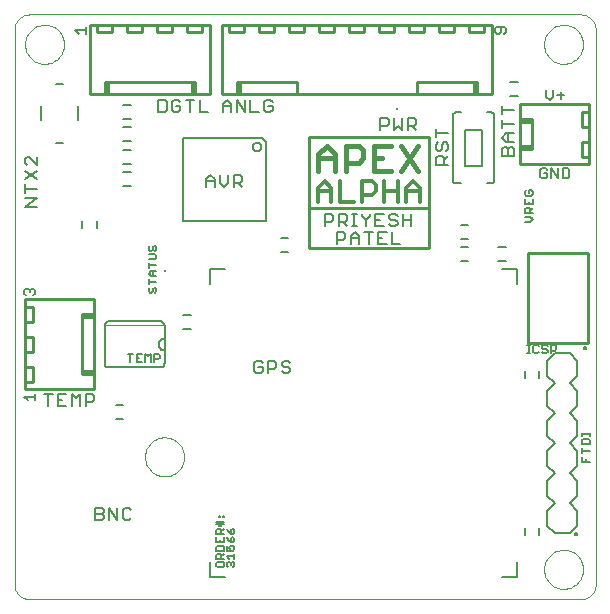
<source format=gto>
G75*
G70*
%OFA0B0*%
%FSLAX24Y24*%
%IPPOS*%
%LPD*%
%AMOC8*
5,1,8,0,0,1.08239X$1,22.5*
%
%ADD10C,0.0000*%
%ADD11C,0.0080*%
%ADD12C,0.0050*%
%ADD13C,0.0100*%
%ADD14C,0.0150*%
%ADD15C,0.0120*%
%ADD16C,0.0060*%
%ADD17R,0.0098X0.0098*%
%ADD18C,0.0020*%
D10*
X006618Y007811D02*
X024988Y007811D01*
X025032Y007813D01*
X025075Y007819D01*
X025117Y007828D01*
X025159Y007841D01*
X025199Y007858D01*
X025238Y007878D01*
X025275Y007901D01*
X025309Y007928D01*
X025342Y007957D01*
X025371Y007990D01*
X025398Y008024D01*
X025421Y008061D01*
X025441Y008100D01*
X025458Y008140D01*
X025471Y008182D01*
X025480Y008224D01*
X025486Y008267D01*
X025488Y008311D01*
X025488Y026807D01*
X025486Y026851D01*
X025480Y026894D01*
X025471Y026936D01*
X025458Y026978D01*
X025441Y027018D01*
X025421Y027057D01*
X025398Y027094D01*
X025371Y027128D01*
X025342Y027161D01*
X025309Y027190D01*
X025275Y027217D01*
X025238Y027240D01*
X025199Y027260D01*
X025159Y027277D01*
X025117Y027290D01*
X025075Y027299D01*
X025032Y027305D01*
X024988Y027307D01*
X006618Y027307D01*
X006574Y027305D01*
X006531Y027299D01*
X006489Y027290D01*
X006447Y027277D01*
X006407Y027260D01*
X006368Y027240D01*
X006331Y027217D01*
X006297Y027190D01*
X006264Y027161D01*
X006235Y027128D01*
X006208Y027094D01*
X006185Y027057D01*
X006165Y027018D01*
X006148Y026978D01*
X006135Y026936D01*
X006126Y026894D01*
X006120Y026851D01*
X006118Y026807D01*
X006118Y008311D01*
X006120Y008267D01*
X006126Y008224D01*
X006135Y008182D01*
X006148Y008140D01*
X006165Y008100D01*
X006185Y008061D01*
X006208Y008024D01*
X006235Y007990D01*
X006264Y007957D01*
X006297Y007928D01*
X006331Y007901D01*
X006368Y007878D01*
X006407Y007858D01*
X006447Y007841D01*
X006489Y007828D01*
X006531Y007819D01*
X006574Y007813D01*
X006618Y007811D01*
X010468Y012561D02*
X010470Y012611D01*
X010476Y012661D01*
X010486Y012711D01*
X010499Y012759D01*
X010516Y012807D01*
X010537Y012853D01*
X010561Y012897D01*
X010589Y012939D01*
X010620Y012979D01*
X010654Y013016D01*
X010691Y013051D01*
X010730Y013082D01*
X010771Y013111D01*
X010815Y013136D01*
X010861Y013158D01*
X010908Y013176D01*
X010956Y013190D01*
X011005Y013201D01*
X011055Y013208D01*
X011105Y013211D01*
X011156Y013210D01*
X011206Y013205D01*
X011256Y013196D01*
X011304Y013184D01*
X011352Y013167D01*
X011398Y013147D01*
X011443Y013124D01*
X011486Y013097D01*
X011526Y013067D01*
X011564Y013034D01*
X011599Y012998D01*
X011632Y012959D01*
X011661Y012918D01*
X011687Y012875D01*
X011710Y012830D01*
X011729Y012783D01*
X011744Y012735D01*
X011756Y012686D01*
X011764Y012636D01*
X011768Y012586D01*
X011768Y012536D01*
X011764Y012486D01*
X011756Y012436D01*
X011744Y012387D01*
X011729Y012339D01*
X011710Y012292D01*
X011687Y012247D01*
X011661Y012204D01*
X011632Y012163D01*
X011599Y012124D01*
X011564Y012088D01*
X011526Y012055D01*
X011486Y012025D01*
X011443Y011998D01*
X011398Y011975D01*
X011352Y011955D01*
X011304Y011938D01*
X011256Y011926D01*
X011206Y011917D01*
X011156Y011912D01*
X011105Y011911D01*
X011055Y011914D01*
X011005Y011921D01*
X010956Y011932D01*
X010908Y011946D01*
X010861Y011964D01*
X010815Y011986D01*
X010771Y012011D01*
X010730Y012040D01*
X010691Y012071D01*
X010654Y012106D01*
X010620Y012143D01*
X010589Y012183D01*
X010561Y012225D01*
X010537Y012269D01*
X010516Y012315D01*
X010499Y012363D01*
X010486Y012411D01*
X010476Y012461D01*
X010470Y012511D01*
X010468Y012561D01*
X006468Y026311D02*
X006470Y026361D01*
X006476Y026411D01*
X006486Y026461D01*
X006499Y026509D01*
X006516Y026557D01*
X006537Y026603D01*
X006561Y026647D01*
X006589Y026689D01*
X006620Y026729D01*
X006654Y026766D01*
X006691Y026801D01*
X006730Y026832D01*
X006771Y026861D01*
X006815Y026886D01*
X006861Y026908D01*
X006908Y026926D01*
X006956Y026940D01*
X007005Y026951D01*
X007055Y026958D01*
X007105Y026961D01*
X007156Y026960D01*
X007206Y026955D01*
X007256Y026946D01*
X007304Y026934D01*
X007352Y026917D01*
X007398Y026897D01*
X007443Y026874D01*
X007486Y026847D01*
X007526Y026817D01*
X007564Y026784D01*
X007599Y026748D01*
X007632Y026709D01*
X007661Y026668D01*
X007687Y026625D01*
X007710Y026580D01*
X007729Y026533D01*
X007744Y026485D01*
X007756Y026436D01*
X007764Y026386D01*
X007768Y026336D01*
X007768Y026286D01*
X007764Y026236D01*
X007756Y026186D01*
X007744Y026137D01*
X007729Y026089D01*
X007710Y026042D01*
X007687Y025997D01*
X007661Y025954D01*
X007632Y025913D01*
X007599Y025874D01*
X007564Y025838D01*
X007526Y025805D01*
X007486Y025775D01*
X007443Y025748D01*
X007398Y025725D01*
X007352Y025705D01*
X007304Y025688D01*
X007256Y025676D01*
X007206Y025667D01*
X007156Y025662D01*
X007105Y025661D01*
X007055Y025664D01*
X007005Y025671D01*
X006956Y025682D01*
X006908Y025696D01*
X006861Y025714D01*
X006815Y025736D01*
X006771Y025761D01*
X006730Y025790D01*
X006691Y025821D01*
X006654Y025856D01*
X006620Y025893D01*
X006589Y025933D01*
X006561Y025975D01*
X006537Y026019D01*
X006516Y026065D01*
X006499Y026113D01*
X006486Y026161D01*
X006476Y026211D01*
X006470Y026261D01*
X006468Y026311D01*
X023768Y026311D02*
X023770Y026361D01*
X023776Y026411D01*
X023786Y026461D01*
X023799Y026509D01*
X023816Y026557D01*
X023837Y026603D01*
X023861Y026647D01*
X023889Y026689D01*
X023920Y026729D01*
X023954Y026766D01*
X023991Y026801D01*
X024030Y026832D01*
X024071Y026861D01*
X024115Y026886D01*
X024161Y026908D01*
X024208Y026926D01*
X024256Y026940D01*
X024305Y026951D01*
X024355Y026958D01*
X024405Y026961D01*
X024456Y026960D01*
X024506Y026955D01*
X024556Y026946D01*
X024604Y026934D01*
X024652Y026917D01*
X024698Y026897D01*
X024743Y026874D01*
X024786Y026847D01*
X024826Y026817D01*
X024864Y026784D01*
X024899Y026748D01*
X024932Y026709D01*
X024961Y026668D01*
X024987Y026625D01*
X025010Y026580D01*
X025029Y026533D01*
X025044Y026485D01*
X025056Y026436D01*
X025064Y026386D01*
X025068Y026336D01*
X025068Y026286D01*
X025064Y026236D01*
X025056Y026186D01*
X025044Y026137D01*
X025029Y026089D01*
X025010Y026042D01*
X024987Y025997D01*
X024961Y025954D01*
X024932Y025913D01*
X024899Y025874D01*
X024864Y025838D01*
X024826Y025805D01*
X024786Y025775D01*
X024743Y025748D01*
X024698Y025725D01*
X024652Y025705D01*
X024604Y025688D01*
X024556Y025676D01*
X024506Y025667D01*
X024456Y025662D01*
X024405Y025661D01*
X024355Y025664D01*
X024305Y025671D01*
X024256Y025682D01*
X024208Y025696D01*
X024161Y025714D01*
X024115Y025736D01*
X024071Y025761D01*
X024030Y025790D01*
X023991Y025821D01*
X023954Y025856D01*
X023920Y025893D01*
X023889Y025933D01*
X023861Y025975D01*
X023837Y026019D01*
X023816Y026065D01*
X023799Y026113D01*
X023786Y026161D01*
X023776Y026211D01*
X023770Y026261D01*
X023768Y026311D01*
X023768Y008811D02*
X023770Y008861D01*
X023776Y008911D01*
X023786Y008961D01*
X023799Y009009D01*
X023816Y009057D01*
X023837Y009103D01*
X023861Y009147D01*
X023889Y009189D01*
X023920Y009229D01*
X023954Y009266D01*
X023991Y009301D01*
X024030Y009332D01*
X024071Y009361D01*
X024115Y009386D01*
X024161Y009408D01*
X024208Y009426D01*
X024256Y009440D01*
X024305Y009451D01*
X024355Y009458D01*
X024405Y009461D01*
X024456Y009460D01*
X024506Y009455D01*
X024556Y009446D01*
X024604Y009434D01*
X024652Y009417D01*
X024698Y009397D01*
X024743Y009374D01*
X024786Y009347D01*
X024826Y009317D01*
X024864Y009284D01*
X024899Y009248D01*
X024932Y009209D01*
X024961Y009168D01*
X024987Y009125D01*
X025010Y009080D01*
X025029Y009033D01*
X025044Y008985D01*
X025056Y008936D01*
X025064Y008886D01*
X025068Y008836D01*
X025068Y008786D01*
X025064Y008736D01*
X025056Y008686D01*
X025044Y008637D01*
X025029Y008589D01*
X025010Y008542D01*
X024987Y008497D01*
X024961Y008454D01*
X024932Y008413D01*
X024899Y008374D01*
X024864Y008338D01*
X024826Y008305D01*
X024786Y008275D01*
X024743Y008248D01*
X024698Y008225D01*
X024652Y008205D01*
X024604Y008188D01*
X024556Y008176D01*
X024506Y008167D01*
X024456Y008162D01*
X024405Y008161D01*
X024355Y008164D01*
X024305Y008171D01*
X024256Y008182D01*
X024208Y008196D01*
X024161Y008214D01*
X024115Y008236D01*
X024071Y008261D01*
X024030Y008290D01*
X023991Y008321D01*
X023954Y008356D01*
X023920Y008393D01*
X023889Y008433D01*
X023861Y008475D01*
X023837Y008519D01*
X023816Y008565D01*
X023799Y008613D01*
X023786Y008661D01*
X023776Y008711D01*
X023770Y008761D01*
X023768Y008811D01*
D11*
X022868Y008561D02*
X022368Y008561D01*
X022868Y008561D02*
X022868Y009061D01*
X023868Y010261D02*
X024118Y010011D01*
X024618Y010011D01*
X024868Y010261D01*
X024868Y010761D01*
X024618Y011011D01*
X024868Y011261D01*
X024868Y011761D01*
X024618Y012011D01*
X024868Y012261D01*
X024868Y012761D01*
X024618Y013011D01*
X024868Y013261D01*
X024868Y013761D01*
X024618Y014011D01*
X024868Y014261D01*
X024868Y014761D01*
X024618Y015011D01*
X024868Y015261D01*
X024868Y015761D01*
X024618Y016011D01*
X024118Y016011D01*
X023868Y015761D01*
X023868Y015261D01*
X024118Y015011D01*
X023868Y014761D01*
X023868Y014261D01*
X024118Y014011D01*
X023868Y013761D01*
X023868Y013261D01*
X024118Y013011D01*
X023868Y012761D01*
X023868Y012261D01*
X024118Y012011D01*
X023868Y011761D01*
X023868Y011261D01*
X024118Y011011D01*
X023868Y010761D01*
X023868Y010261D01*
X024808Y010021D02*
X024878Y010021D01*
X024878Y009951D01*
X024808Y009951D01*
X024808Y010021D01*
X025108Y016151D02*
X025178Y016151D01*
X025178Y016221D01*
X025108Y016221D01*
X025108Y016151D01*
X022868Y018311D02*
X022868Y018811D01*
X022368Y018811D01*
X019347Y020251D02*
X019347Y020671D01*
X019347Y020461D02*
X019066Y020461D01*
X018886Y020391D02*
X018886Y020321D01*
X018816Y020251D01*
X018676Y020251D01*
X018606Y020321D01*
X018676Y020461D02*
X018816Y020461D01*
X018886Y020391D01*
X018886Y020601D02*
X018816Y020671D01*
X018676Y020671D01*
X018606Y020601D01*
X018606Y020531D01*
X018676Y020461D01*
X018426Y020251D02*
X018146Y020251D01*
X018146Y020671D01*
X018426Y020671D01*
X018286Y020461D02*
X018146Y020461D01*
X017966Y020601D02*
X017966Y020671D01*
X017966Y020601D02*
X017826Y020461D01*
X017826Y020251D01*
X017779Y020071D02*
X018059Y020071D01*
X017919Y020071D02*
X017919Y019651D01*
X018239Y019651D02*
X018239Y020071D01*
X018519Y020071D01*
X018699Y020071D02*
X018699Y019651D01*
X018979Y019651D01*
X018519Y019651D02*
X018239Y019651D01*
X018239Y019861D02*
X018379Y019861D01*
X017598Y019861D02*
X017318Y019861D01*
X017318Y019931D02*
X017458Y020071D01*
X017598Y019931D01*
X017598Y019651D01*
X017318Y019651D02*
X017318Y019931D01*
X017138Y019861D02*
X017068Y019791D01*
X016858Y019791D01*
X016858Y019651D02*
X016858Y020071D01*
X017068Y020071D01*
X017138Y020001D01*
X017138Y019861D01*
X017198Y020251D02*
X017058Y020391D01*
X017128Y020391D02*
X016918Y020391D01*
X016918Y020251D02*
X016918Y020671D01*
X017128Y020671D01*
X017198Y020601D01*
X017198Y020461D01*
X017128Y020391D01*
X017379Y020251D02*
X017519Y020251D01*
X017449Y020251D02*
X017449Y020671D01*
X017379Y020671D02*
X017519Y020671D01*
X017685Y020671D02*
X017685Y020601D01*
X017826Y020461D01*
X016738Y020461D02*
X016668Y020391D01*
X016458Y020391D01*
X016458Y020251D02*
X016458Y020671D01*
X016668Y020671D01*
X016738Y020601D01*
X016738Y020461D01*
X019066Y020251D02*
X019066Y020671D01*
X020157Y022301D02*
X020157Y022511D01*
X020228Y022581D01*
X020368Y022581D01*
X020438Y022511D01*
X020438Y022301D01*
X020578Y022301D02*
X020157Y022301D01*
X020438Y022441D02*
X020578Y022581D01*
X020508Y022761D02*
X020578Y022831D01*
X020578Y022972D01*
X020508Y023042D01*
X020438Y023042D01*
X020368Y022972D01*
X020368Y022831D01*
X020298Y022761D01*
X020228Y022761D01*
X020157Y022831D01*
X020157Y022972D01*
X020228Y023042D01*
X020157Y023222D02*
X020157Y023502D01*
X020157Y023362D02*
X020578Y023362D01*
X019509Y023451D02*
X019369Y023591D01*
X019439Y023591D02*
X019229Y023591D01*
X019229Y023451D02*
X019229Y023871D01*
X019439Y023871D01*
X019509Y023801D01*
X019509Y023661D01*
X019439Y023591D01*
X019048Y023451D02*
X019048Y023871D01*
X018768Y023871D02*
X018768Y023451D01*
X018908Y023591D01*
X019048Y023451D01*
X018588Y023661D02*
X018588Y023801D01*
X018518Y023871D01*
X018308Y023871D01*
X018308Y023451D01*
X018308Y023591D02*
X018518Y023591D01*
X018588Y023661D01*
X022357Y023662D02*
X022778Y023662D01*
X022778Y023342D02*
X022498Y023342D01*
X022357Y023201D01*
X022498Y023061D01*
X022778Y023061D01*
X022708Y022881D02*
X022778Y022811D01*
X022778Y022601D01*
X022357Y022601D01*
X022357Y022811D01*
X022428Y022881D01*
X022498Y022881D01*
X022568Y022811D01*
X022568Y022601D01*
X022568Y022811D02*
X022638Y022881D01*
X022708Y022881D01*
X022568Y023061D02*
X022568Y023342D01*
X022357Y023522D02*
X022357Y023802D01*
X022357Y023982D02*
X022357Y024262D01*
X022357Y024122D02*
X022778Y024122D01*
X014719Y024121D02*
X014719Y024261D01*
X014579Y024261D01*
X014719Y024121D02*
X014649Y024051D01*
X014509Y024051D01*
X014439Y024121D01*
X014439Y024401D01*
X014509Y024471D01*
X014649Y024471D01*
X014719Y024401D01*
X014259Y024051D02*
X013979Y024051D01*
X013979Y024471D01*
X013798Y024471D02*
X013798Y024051D01*
X013518Y024471D01*
X013518Y024051D01*
X013338Y024051D02*
X013338Y024331D01*
X013198Y024471D01*
X013058Y024331D01*
X013058Y024051D01*
X013058Y024261D02*
X013338Y024261D01*
X012569Y024051D02*
X012289Y024051D01*
X012289Y024471D01*
X012109Y024471D02*
X011829Y024471D01*
X011969Y024471D02*
X011969Y024051D01*
X011648Y024121D02*
X011648Y024261D01*
X011508Y024261D01*
X011368Y024121D02*
X011438Y024051D01*
X011578Y024051D01*
X011648Y024121D01*
X011368Y024121D02*
X011368Y024401D01*
X011438Y024471D01*
X011578Y024471D01*
X011648Y024401D01*
X011188Y024401D02*
X011188Y024121D01*
X011118Y024051D01*
X010908Y024051D01*
X010908Y024471D01*
X011118Y024471D01*
X011188Y024401D01*
X012648Y021971D02*
X012788Y021831D01*
X012788Y021551D01*
X012788Y021761D02*
X012508Y021761D01*
X012508Y021831D02*
X012508Y021551D01*
X012508Y021831D02*
X012648Y021971D01*
X012968Y021971D02*
X012968Y021691D01*
X013108Y021551D01*
X013248Y021691D01*
X013248Y021971D01*
X013429Y021971D02*
X013429Y021551D01*
X013429Y021691D02*
X013639Y021691D01*
X013709Y021761D01*
X013709Y021901D01*
X013639Y021971D01*
X013429Y021971D01*
X013569Y021691D02*
X013709Y021551D01*
X013118Y018811D02*
X012618Y018811D01*
X012618Y018311D01*
X014178Y015771D02*
X014108Y015701D01*
X014108Y015421D01*
X014178Y015351D01*
X014318Y015351D01*
X014388Y015421D01*
X014388Y015561D01*
X014248Y015561D01*
X014388Y015701D02*
X014318Y015771D01*
X014178Y015771D01*
X014568Y015771D02*
X014568Y015351D01*
X014568Y015491D02*
X014778Y015491D01*
X014848Y015561D01*
X014848Y015701D01*
X014778Y015771D01*
X014568Y015771D01*
X015029Y015701D02*
X015029Y015631D01*
X015099Y015561D01*
X015239Y015561D01*
X015309Y015491D01*
X015309Y015421D01*
X015239Y015351D01*
X015099Y015351D01*
X015029Y015421D01*
X015029Y015701D02*
X015099Y015771D01*
X015239Y015771D01*
X015309Y015701D01*
X010009Y010801D02*
X009939Y010871D01*
X009799Y010871D01*
X009729Y010801D01*
X009729Y010521D01*
X009799Y010451D01*
X009939Y010451D01*
X010009Y010521D01*
X009548Y010451D02*
X009548Y010871D01*
X009268Y010871D02*
X009548Y010451D01*
X009268Y010451D02*
X009268Y010871D01*
X009088Y010801D02*
X009088Y010731D01*
X009018Y010661D01*
X008808Y010661D01*
X008808Y010451D02*
X009018Y010451D01*
X009088Y010521D01*
X009088Y010591D01*
X009018Y010661D01*
X009088Y010801D02*
X009018Y010871D01*
X008808Y010871D01*
X008808Y010451D01*
X012618Y009061D02*
X012618Y008561D01*
X013118Y008561D01*
X008699Y014391D02*
X008489Y014391D01*
X008489Y014251D02*
X008489Y014671D01*
X008699Y014671D01*
X008769Y014601D01*
X008769Y014461D01*
X008699Y014391D01*
X008309Y014251D02*
X008309Y014671D01*
X008169Y014531D01*
X008029Y014671D01*
X008029Y014251D01*
X007848Y014251D02*
X007568Y014251D01*
X007568Y014671D01*
X007848Y014671D01*
X007708Y014461D02*
X007568Y014461D01*
X007388Y014671D02*
X007108Y014671D01*
X007248Y014671D02*
X007248Y014251D01*
X006878Y020901D02*
X006457Y020901D01*
X006878Y021181D01*
X006457Y021181D01*
X006457Y021361D02*
X006457Y021642D01*
X006457Y021501D02*
X006878Y021501D01*
X006878Y021822D02*
X006457Y022102D01*
X006528Y022282D02*
X006457Y022352D01*
X006457Y022492D01*
X006528Y022562D01*
X006598Y022562D01*
X006878Y022282D01*
X006878Y022562D01*
X006878Y022102D02*
X006457Y021822D01*
X007500Y023027D02*
X007736Y023027D01*
X008248Y023775D02*
X008248Y024247D01*
X007736Y024995D02*
X007500Y024995D01*
X006988Y024247D02*
X006988Y023775D01*
D12*
X010634Y019584D02*
X010593Y019542D01*
X010593Y019459D01*
X010634Y019417D01*
X010676Y019417D01*
X010718Y019459D01*
X010718Y019542D01*
X010759Y019584D01*
X010801Y019584D01*
X010843Y019542D01*
X010843Y019459D01*
X010801Y019417D01*
X010801Y019308D02*
X010593Y019308D01*
X010593Y019141D02*
X010801Y019141D01*
X010843Y019183D01*
X010843Y019266D01*
X010801Y019308D01*
X010593Y019031D02*
X010593Y018865D01*
X010593Y018948D02*
X010843Y018948D01*
X010843Y018755D02*
X010676Y018755D01*
X010593Y018672D01*
X010676Y018588D01*
X010843Y018588D01*
X010718Y018588D02*
X010718Y018755D01*
X010593Y018479D02*
X010593Y018312D01*
X010593Y018396D02*
X010843Y018396D01*
X010801Y018203D02*
X010843Y018161D01*
X010843Y018078D01*
X010801Y018036D01*
X010718Y018078D02*
X010718Y018161D01*
X010759Y018203D01*
X010801Y018203D01*
X010718Y018078D02*
X010676Y018036D01*
X010634Y018036D01*
X010593Y018078D01*
X010593Y018161D01*
X010634Y018203D01*
X008768Y017311D02*
X008768Y017211D01*
X008768Y017311D02*
X008618Y017311D01*
X009893Y016006D02*
X010073Y016006D01*
X009983Y016006D02*
X009983Y015736D01*
X010187Y015736D02*
X010187Y016006D01*
X010368Y016006D01*
X010482Y016006D02*
X010482Y015736D01*
X010368Y015736D02*
X010187Y015736D01*
X010187Y015871D02*
X010277Y015871D01*
X010482Y016006D02*
X010572Y015916D01*
X010662Y016006D01*
X010662Y015736D01*
X010777Y015736D02*
X010777Y016006D01*
X010912Y016006D01*
X010957Y015961D01*
X010957Y015871D01*
X010912Y015826D01*
X010777Y015826D01*
X006468Y016561D02*
X006468Y016811D01*
X012926Y010585D02*
X012968Y010585D01*
X012968Y010543D01*
X012926Y010543D01*
X012926Y010585D01*
X013051Y010585D02*
X013093Y010585D01*
X013093Y010543D01*
X013051Y010543D01*
X013051Y010585D01*
X013009Y010434D02*
X013009Y010267D01*
X012926Y010267D02*
X012926Y010392D01*
X012926Y010434D01*
X012843Y010392D02*
X013093Y010392D01*
X013093Y010309D02*
X012843Y010309D01*
X012884Y010158D02*
X012968Y010158D01*
X013009Y010116D01*
X013009Y009991D01*
X013009Y010074D02*
X013093Y010158D01*
X013193Y010158D02*
X013234Y010074D01*
X013318Y009991D01*
X013318Y010116D01*
X013359Y010158D01*
X013401Y010158D01*
X013443Y010116D01*
X013443Y010033D01*
X013401Y009991D01*
X013318Y009991D01*
X013359Y009881D02*
X013318Y009840D01*
X013318Y009715D01*
X013401Y009715D01*
X013443Y009756D01*
X013443Y009840D01*
X013401Y009881D01*
X013359Y009881D01*
X013234Y009798D02*
X013318Y009715D01*
X013318Y009605D02*
X013401Y009605D01*
X013443Y009564D01*
X013443Y009480D01*
X013401Y009438D01*
X013318Y009438D02*
X013276Y009522D01*
X013276Y009564D01*
X013318Y009605D01*
X013193Y009605D02*
X013193Y009438D01*
X013318Y009438D01*
X013443Y009329D02*
X013443Y009162D01*
X013443Y009246D02*
X013193Y009246D01*
X013276Y009162D01*
X013276Y009053D02*
X013234Y009053D01*
X013193Y009011D01*
X013193Y008928D01*
X013234Y008886D01*
X013318Y008969D02*
X013318Y009011D01*
X013359Y009053D01*
X013401Y009053D01*
X013443Y009011D01*
X013443Y008928D01*
X013401Y008886D01*
X013318Y009011D02*
X013276Y009053D01*
X013093Y009011D02*
X013051Y009053D01*
X012884Y009053D01*
X012843Y009011D01*
X012843Y008928D01*
X012884Y008886D01*
X013051Y008886D01*
X013093Y008928D01*
X013093Y009011D01*
X013093Y009162D02*
X012843Y009162D01*
X012843Y009287D01*
X012884Y009329D01*
X012968Y009329D01*
X013009Y009287D01*
X013009Y009162D01*
X013009Y009246D02*
X013093Y009329D01*
X013093Y009438D02*
X012843Y009438D01*
X012843Y009564D01*
X012884Y009605D01*
X013051Y009605D01*
X013093Y009564D01*
X013093Y009438D01*
X013093Y009715D02*
X012843Y009715D01*
X012843Y009881D01*
X012843Y009991D02*
X012843Y010116D01*
X012884Y010158D01*
X012843Y009991D02*
X013093Y009991D01*
X013093Y009881D02*
X013093Y009715D01*
X012968Y009715D02*
X012968Y009798D01*
X013193Y009881D02*
X013234Y009798D01*
X023212Y016016D02*
X023302Y016016D01*
X023257Y016016D02*
X023257Y016286D01*
X023212Y016286D02*
X023302Y016286D01*
X023409Y016241D02*
X023409Y016061D01*
X023454Y016016D01*
X023544Y016016D01*
X023589Y016061D01*
X023704Y016061D02*
X023749Y016016D01*
X023839Y016016D01*
X023884Y016061D01*
X023884Y016106D01*
X023839Y016151D01*
X023749Y016151D01*
X023704Y016196D01*
X023704Y016241D01*
X023749Y016286D01*
X023839Y016286D01*
X023884Y016241D01*
X023998Y016286D02*
X023998Y016016D01*
X023998Y016106D02*
X024133Y016106D01*
X024178Y016151D01*
X024178Y016241D01*
X024133Y016286D01*
X023998Y016286D01*
X023589Y016241D02*
X023544Y016286D01*
X023454Y016286D01*
X023409Y016241D01*
X025023Y013360D02*
X025023Y013270D01*
X025023Y013315D02*
X025293Y013315D01*
X025293Y013270D02*
X025293Y013360D01*
X025248Y013155D02*
X025068Y013155D01*
X025023Y013110D01*
X025023Y012975D01*
X025293Y012975D01*
X025293Y013110D01*
X025248Y013155D01*
X025023Y012861D02*
X025023Y012681D01*
X025023Y012771D02*
X025293Y012771D01*
X025158Y012476D02*
X025158Y012386D01*
X025293Y012386D02*
X025023Y012386D01*
X025023Y012566D01*
X023303Y020386D02*
X023393Y020476D01*
X023303Y020566D01*
X023123Y020566D01*
X023123Y020681D02*
X023123Y020816D01*
X023168Y020861D01*
X023258Y020861D01*
X023303Y020816D01*
X023303Y020681D01*
X023303Y020771D02*
X023393Y020861D01*
X023393Y020975D02*
X023123Y020975D01*
X023123Y021155D01*
X023168Y021270D02*
X023348Y021270D01*
X023393Y021315D01*
X023393Y021405D01*
X023348Y021450D01*
X023258Y021450D01*
X023258Y021360D01*
X023168Y021270D02*
X023123Y021315D01*
X023123Y021405D01*
X023168Y021450D01*
X023393Y021155D02*
X023393Y020975D01*
X023258Y020975D02*
X023258Y021065D01*
X023393Y020681D02*
X023123Y020681D01*
X023123Y020386D02*
X023303Y020386D01*
X022008Y021680D02*
X021851Y021680D01*
X022008Y021680D02*
X022025Y021681D01*
X022042Y021686D01*
X022057Y021693D01*
X022071Y021703D01*
X022083Y021715D01*
X022093Y021729D01*
X022100Y021744D01*
X022105Y021761D01*
X022106Y021778D01*
X022107Y021778D02*
X022107Y023944D01*
X022106Y023944D02*
X022105Y023961D01*
X022100Y023978D01*
X022093Y023993D01*
X022083Y024007D01*
X022071Y024019D01*
X022057Y024029D01*
X022042Y024036D01*
X022025Y024041D01*
X022008Y024042D01*
X021851Y024042D01*
X021713Y023452D02*
X021123Y023452D01*
X021123Y022270D01*
X021713Y022270D01*
X021713Y023452D01*
X020985Y024042D02*
X020827Y024042D01*
X020810Y024041D01*
X020793Y024036D01*
X020778Y024029D01*
X020764Y024019D01*
X020752Y024007D01*
X020742Y023993D01*
X020735Y023978D01*
X020730Y023961D01*
X020729Y023944D01*
X020729Y021818D01*
X020727Y021797D01*
X020729Y021776D01*
X020735Y021756D01*
X020744Y021737D01*
X020756Y021720D01*
X020771Y021705D01*
X020788Y021694D01*
X020807Y021685D01*
X020827Y021680D01*
X020985Y021680D01*
X022968Y022811D02*
X022968Y022911D01*
X022968Y022811D02*
X023118Y022811D01*
X025268Y022561D02*
X025268Y022411D01*
X025268Y023311D02*
X025268Y023561D01*
X025268Y024061D02*
X025268Y024311D01*
X021518Y024661D02*
X021518Y024811D01*
X012118Y024811D02*
X012118Y024661D01*
X012018Y024661D01*
D13*
X012018Y025061D01*
X009218Y025061D01*
X009218Y024661D01*
X009118Y024661D02*
X009118Y025061D01*
X009218Y025061D01*
X008618Y024661D02*
X008618Y025811D01*
X008618Y026961D01*
X008868Y026961D01*
X008868Y026711D01*
X009368Y026711D01*
X009368Y026961D01*
X009868Y026961D01*
X009868Y026711D01*
X010368Y026711D01*
X010368Y026961D01*
X010868Y026961D01*
X012368Y026961D01*
X012368Y026711D01*
X011868Y026711D01*
X011868Y026961D01*
X011368Y026961D01*
X011368Y026711D01*
X010868Y026711D01*
X010868Y026961D01*
X011668Y026961D02*
X008618Y026961D01*
X008618Y024661D02*
X011618Y024661D01*
X012118Y024661D01*
X012118Y025061D01*
X012018Y025061D01*
X012118Y024661D02*
X012618Y024661D01*
X012618Y025811D01*
X012618Y026961D01*
X011668Y026961D01*
X012368Y026961D02*
X012518Y026961D01*
X013018Y026961D02*
X013268Y026961D01*
X013268Y026711D01*
X013768Y026711D01*
X013768Y026961D01*
X014268Y026961D01*
X014268Y026711D01*
X014768Y026711D01*
X014768Y026961D01*
X015268Y026961D01*
X015268Y026711D01*
X015768Y026711D01*
X015768Y026961D01*
X019268Y026961D01*
X019268Y026711D01*
X019768Y026711D01*
X019768Y026961D01*
X020268Y026961D01*
X020268Y026711D01*
X020768Y026711D01*
X020768Y026961D01*
X021268Y026961D01*
X021268Y026711D01*
X021768Y026711D01*
X021768Y026961D01*
X021918Y026961D01*
X022018Y026961D02*
X019068Y026961D01*
X013018Y026961D01*
X013018Y025811D01*
X013018Y024661D01*
X019018Y024661D01*
X019518Y024661D01*
X019518Y025061D01*
X021418Y025061D01*
X021418Y024661D01*
X019518Y024661D01*
X019918Y023211D02*
X015918Y023211D01*
X015918Y020861D01*
X019918Y020861D01*
X019918Y023211D01*
X021418Y024661D02*
X021518Y024661D01*
X021518Y025061D01*
X021418Y025061D01*
X021518Y024661D02*
X022018Y024661D01*
X022018Y025811D01*
X022018Y026961D01*
X022968Y024311D02*
X022968Y023311D01*
X022968Y022811D01*
X023368Y022811D01*
X023368Y022911D01*
X022968Y022911D01*
X022968Y022811D02*
X022968Y022311D01*
X024118Y022311D01*
X025268Y022311D01*
X025268Y022561D01*
X025018Y022561D01*
X025018Y023061D01*
X025268Y023061D01*
X025268Y023561D01*
X025018Y023561D01*
X025018Y024061D01*
X025268Y024061D01*
X025268Y024311D01*
X024118Y024311D01*
X022968Y024311D01*
X022968Y023811D02*
X023368Y023811D01*
X023368Y023711D01*
X022968Y023711D01*
X023368Y023711D02*
X023368Y022911D01*
X025268Y023311D02*
X025268Y022311D01*
X025268Y023561D02*
X025268Y024061D01*
X025218Y019361D02*
X023218Y019361D01*
X023218Y016361D01*
X025218Y016361D01*
X025218Y019361D01*
X019918Y019511D02*
X019918Y020861D01*
X019918Y019511D02*
X015918Y019511D01*
X015918Y020861D01*
X015518Y024661D02*
X015518Y025061D01*
X013618Y025061D01*
X013618Y024661D01*
X013518Y024661D02*
X013518Y025061D01*
X013618Y025061D01*
X016268Y026711D02*
X016268Y026961D01*
X016268Y026711D02*
X016768Y026711D01*
X016768Y026961D01*
X017268Y026961D02*
X017268Y026711D01*
X017768Y026711D01*
X017768Y026961D01*
X018268Y026961D02*
X018268Y026711D01*
X018768Y026711D01*
X018768Y026961D01*
X008768Y017811D02*
X008768Y017311D01*
X008368Y017311D01*
X008368Y017211D01*
X008768Y017211D01*
X008768Y017311D02*
X008768Y016811D01*
X008768Y014811D01*
X007618Y014811D01*
X006468Y014811D01*
X006468Y015061D01*
X006718Y015061D01*
X006718Y015561D01*
X006468Y015561D01*
X006468Y016061D01*
X006718Y016061D01*
X006718Y016561D01*
X006468Y016561D01*
X006468Y017061D01*
X006468Y017561D01*
X006718Y017561D01*
X006718Y017061D01*
X006468Y017061D01*
X006468Y016811D02*
X006468Y017811D01*
X007618Y017811D01*
X008768Y017811D01*
X008368Y017211D02*
X008368Y015411D01*
X008768Y015411D01*
X008768Y015311D02*
X008368Y015311D01*
X008368Y015411D01*
X006468Y015561D02*
X006468Y015061D01*
X006468Y016061D02*
X006468Y016561D01*
X006468Y017561D02*
X006468Y017711D01*
D14*
X016243Y022086D02*
X016243Y022653D01*
X016526Y022937D01*
X016810Y022653D01*
X016810Y022086D01*
X017164Y022086D02*
X017164Y022937D01*
X017589Y022937D01*
X017731Y022795D01*
X017731Y022511D01*
X017589Y022370D01*
X017164Y022370D01*
X016810Y022511D02*
X016243Y022511D01*
X018084Y022511D02*
X018368Y022511D01*
X018084Y022937D02*
X018084Y022086D01*
X018651Y022086D01*
X019005Y022086D02*
X019572Y022937D01*
X019005Y022937D02*
X019572Y022086D01*
X018651Y022937D02*
X018084Y022937D01*
D15*
X018041Y021752D02*
X017701Y021752D01*
X017701Y021071D01*
X017701Y021298D02*
X018041Y021298D01*
X018155Y021411D01*
X018155Y021638D01*
X018041Y021752D01*
X018438Y021752D02*
X018438Y021071D01*
X018438Y021411D02*
X018891Y021411D01*
X019174Y021411D02*
X019628Y021411D01*
X019628Y021525D02*
X019628Y021071D01*
X019628Y021525D02*
X019401Y021752D01*
X019174Y021525D01*
X019174Y021071D01*
X018891Y021071D02*
X018891Y021752D01*
X017418Y021071D02*
X016964Y021071D01*
X016964Y021752D01*
X016681Y021525D02*
X016681Y021071D01*
X016681Y021411D02*
X016228Y021411D01*
X016228Y021525D02*
X016455Y021752D01*
X016681Y021525D01*
X016228Y021525D02*
X016228Y021071D01*
D16*
X015236Y019847D02*
X015000Y019847D01*
X015000Y019375D02*
X015236Y019375D01*
X014498Y020431D02*
X014498Y023051D01*
X014358Y023191D01*
X011738Y023191D01*
X011738Y020431D01*
X014498Y020431D01*
X014057Y022891D02*
X014059Y022914D01*
X014065Y022937D01*
X014074Y022958D01*
X014087Y022978D01*
X014103Y022995D01*
X014121Y023009D01*
X014141Y023020D01*
X014163Y023028D01*
X014186Y023032D01*
X014210Y023032D01*
X014233Y023028D01*
X014255Y023020D01*
X014275Y023009D01*
X014293Y022995D01*
X014309Y022978D01*
X014322Y022958D01*
X014331Y022937D01*
X014337Y022914D01*
X014339Y022891D01*
X014337Y022868D01*
X014331Y022845D01*
X014322Y022824D01*
X014309Y022804D01*
X014293Y022787D01*
X014275Y022773D01*
X014255Y022762D01*
X014233Y022754D01*
X014210Y022750D01*
X014186Y022750D01*
X014163Y022754D01*
X014141Y022762D01*
X014121Y022773D01*
X014103Y022787D01*
X014087Y022804D01*
X014074Y022824D01*
X014065Y022845D01*
X014059Y022868D01*
X014057Y022891D01*
X009986Y022797D02*
X009750Y022797D01*
X009750Y023075D02*
X009986Y023075D01*
X009986Y023547D02*
X009750Y023547D01*
X009750Y023825D02*
X009986Y023825D01*
X009986Y024297D02*
X009750Y024297D01*
X009750Y022325D02*
X009986Y022325D01*
X009986Y022047D02*
X009750Y022047D01*
X009750Y021575D02*
X009986Y021575D01*
X008854Y020429D02*
X008854Y020193D01*
X008382Y020193D02*
X008382Y020429D01*
X006731Y018168D02*
X006788Y018111D01*
X006788Y017998D01*
X006731Y017941D01*
X006618Y018054D02*
X006618Y018111D01*
X006674Y018168D01*
X006731Y018168D01*
X006618Y018111D02*
X006561Y018168D01*
X006504Y018168D01*
X006448Y018111D01*
X006448Y017998D01*
X006504Y017941D01*
X009118Y016931D02*
X009118Y015691D01*
X009120Y015668D01*
X009125Y015645D01*
X009134Y015623D01*
X009147Y015603D01*
X009162Y015585D01*
X009180Y015570D01*
X009200Y015557D01*
X009222Y015548D01*
X009245Y015543D01*
X009268Y015541D01*
X010968Y015541D01*
X010991Y015543D01*
X011014Y015548D01*
X011036Y015557D01*
X011056Y015570D01*
X011074Y015585D01*
X011089Y015603D01*
X011102Y015623D01*
X011111Y015645D01*
X011116Y015668D01*
X011118Y015691D01*
X011118Y016111D01*
X011118Y016511D01*
X011118Y016931D01*
X011116Y016954D01*
X011111Y016977D01*
X011102Y016999D01*
X011089Y017019D01*
X011074Y017037D01*
X011056Y017052D01*
X011036Y017065D01*
X011014Y017074D01*
X010991Y017079D01*
X010968Y017081D01*
X009268Y017081D01*
X009245Y017079D01*
X009222Y017074D01*
X009200Y017065D01*
X009180Y017052D01*
X009162Y017037D01*
X009147Y017019D01*
X009134Y016999D01*
X009125Y016977D01*
X009120Y016954D01*
X009118Y016931D01*
X011118Y016511D02*
X011091Y016509D01*
X011064Y016504D01*
X011038Y016494D01*
X011014Y016482D01*
X010992Y016466D01*
X010972Y016448D01*
X010955Y016426D01*
X010940Y016403D01*
X010930Y016378D01*
X010922Y016352D01*
X010918Y016325D01*
X010918Y016297D01*
X010922Y016270D01*
X010930Y016244D01*
X010940Y016219D01*
X010955Y016196D01*
X010972Y016174D01*
X010992Y016156D01*
X011014Y016140D01*
X011038Y016128D01*
X011064Y016118D01*
X011091Y016113D01*
X011118Y016111D01*
X011750Y016825D02*
X011986Y016825D01*
X011986Y017297D02*
X011750Y017297D01*
X009736Y014297D02*
X009500Y014297D01*
X009500Y013825D02*
X009736Y013825D01*
X006788Y014441D02*
X006788Y014668D01*
X006788Y014554D02*
X006448Y014554D01*
X006561Y014441D01*
X008261Y026673D02*
X008148Y026786D01*
X008488Y026786D01*
X008488Y026673D02*
X008488Y026900D01*
X021000Y020297D02*
X021236Y020297D01*
X021236Y019825D02*
X021000Y019825D01*
X021000Y019547D02*
X021236Y019547D01*
X021236Y019075D02*
X021000Y019075D01*
X022250Y019075D02*
X022486Y019075D01*
X022486Y019547D02*
X022250Y019547D01*
X023704Y021841D02*
X023818Y021841D01*
X023875Y021898D01*
X023875Y022011D01*
X023761Y022011D01*
X023648Y021898D02*
X023704Y021841D01*
X023648Y021898D02*
X023648Y022125D01*
X023704Y022181D01*
X023818Y022181D01*
X023875Y022125D01*
X024016Y022181D02*
X024016Y021841D01*
X024243Y021841D02*
X024016Y022181D01*
X024243Y022181D02*
X024243Y021841D01*
X024384Y021841D02*
X024555Y021841D01*
X024611Y021898D01*
X024611Y022125D01*
X024555Y022181D01*
X024384Y022181D01*
X024384Y021841D01*
X023961Y024441D02*
X023848Y024554D01*
X023848Y024781D01*
X024075Y024781D02*
X024075Y024554D01*
X023961Y024441D01*
X024216Y024611D02*
X024443Y024611D01*
X024330Y024498D02*
X024330Y024725D01*
X022886Y024575D02*
X022650Y024575D01*
X022650Y025047D02*
X022886Y025047D01*
X022431Y026673D02*
X022488Y026729D01*
X022488Y026843D01*
X022431Y026900D01*
X022204Y026900D01*
X022148Y026843D01*
X022148Y026729D01*
X022204Y026673D01*
X022261Y026673D01*
X022318Y026729D01*
X022318Y026900D01*
X023132Y015429D02*
X023132Y015193D01*
X023604Y015193D02*
X023604Y015429D01*
X023604Y010179D02*
X023604Y009943D01*
X023132Y009943D02*
X023132Y010179D01*
D17*
X011118Y018762D03*
X018869Y024161D03*
D18*
X011118Y016941D02*
X009118Y016941D01*
M02*

</source>
